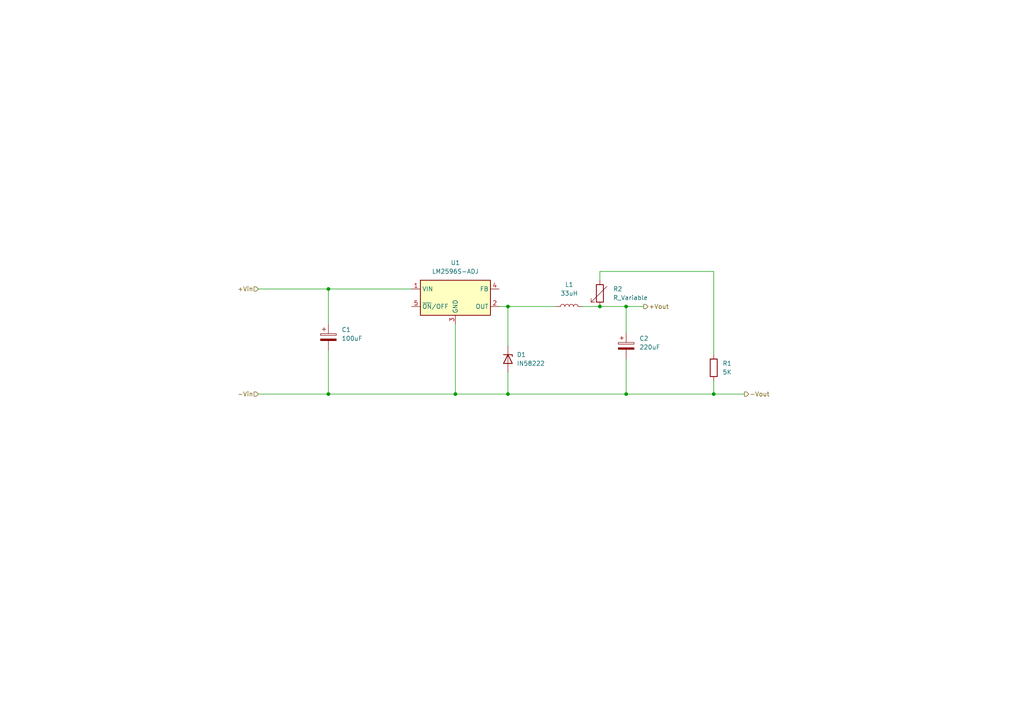
<source format=kicad_sch>
(kicad_sch (version 20211123) (generator eeschema)
  (paper "A4")
  (title_block (title "DCDC Buck Converter") (date "2023-05-27") (company "JurGOn"))
  (lib_symbols
    (symbol "Device:C_Polarized" (pin_numbers hide) (pin_names (offset 0.254))
      (property "Reference" "C" (at 0.635 2.54 0))
      (property "Value" "C_Polarized" (at 0.635 -2.54 0))
      (symbol "C_Polarized_0_1"
        (rectangle (start -2.286 0.508) (end 2.286 1.016))
        (polyline (pts (xy -1.778 2.286) (xy -0.762 2.286)))
        (polyline (pts (xy -1.27 2.794) (xy -1.27 1.778)))
        (rectangle (start 2.286 -0.508) (end -2.286 -1.016) (fill (type outline)))
      )
      (symbol "C_Polarized_1_1"
        (pin passive line (at 0 3.81 270) (length 2.794) (name "~") (number "1"))
        (pin passive line (at 0 -3.81 90) (length 2.794) (name "~") (number "2"))
      )
    )
    (symbol "Device:D_Zener" (pin_numbers hide) (pin_names (offset 1.016) hide)
      (property "Reference" "D" (at 0 2.54 0))
      (property "Value" "D_Zener" (at 0 -2.54 0))
      (symbol "D_Zener_0_1"
        (polyline (pts (xy 1.27 0) (xy -1.27 0)))
        (polyline (pts (xy -1.27 -1.27) (xy -1.27 1.27) (xy -0.762 1.27)) (stroke (width 0.254)))
        (polyline (pts (xy 1.27 -1.27) (xy 1.27 1.27) (xy -1.27 0) (xy 1.27 -1.27)) (stroke (width 0.254)))
      )
      (symbol "D_Zener_1_1"
        (pin passive line (at -3.81 0 0) (length 2.54) (name "K") (number "1"))
        (pin passive line (at 3.81 0 180) (length 2.54) (name "A") (number "2"))
      )
    )
    (symbol "Device:L" (pin_numbers hide) (pin_names (offset 1.016) hide)
      (property "Reference" "L" (at -1.27 0 90))
      (property "Value" "L" (at 1.905 0 90))
      (symbol "L_0_1"
        (arc (start 0 -2.54) (mid 0.635 -1.905) (end 0 -1.27))
        (arc (start 0 -1.27) (mid 0.635 -0.635) (end 0 0))
        (arc (start 0 0) (mid 0.635 0.635) (end 0 1.27))
        (arc (start 0 1.27) (mid 0.635 1.905) (end 0 2.54))
      )
      (symbol "L_1_1"
        (pin passive line (at 0 3.81 270) (length 1.27) (name "1") (number "1"))
        (pin passive line (at 0 -3.81 90) (length 1.27) (name "2") (number "2"))
      )
    )
    (symbol "Device:R" (pin_numbers hide) (pin_names (offset 0))
      (property "Reference" "R" (at 2.032 0 90))
      (property "Value" "R" (at 0 0 90))
      (symbol "R_0_1"
        (rectangle (start -1.016 -2.54) (end 1.016 2.54) (stroke (width 0.254)))
      )
      (symbol "R_1_1"
        (pin passive line (at 0 3.81 270) (length 1.27) (name "~") (number "1"))
        (pin passive line (at 0 -3.81 90) (length 1.27) (name "~") (number "2"))
      )
    )
    (symbol "Device:R_Variable" (pin_numbers hide) (pin_names (offset 0))
      (property "Reference" "R" (at 2.54 -2.54 90))
      (property "Value" "R_Variable" (at -2.54 -1.27 90))
      (symbol "R_Variable_0_1"
        (rectangle (start -1.016 -2.54) (end 1.016 2.54) (stroke (width 0.254)))
        (polyline (pts (xy 2.54 1.524) (xy 2.54 2.54) (xy 1.524 2.54) (xy 2.54 2.54) (xy -2.032 -2.032)))
      )
      (symbol "R_Variable_1_1"
        (pin passive line (at 0 3.81 270) (length 1.27) (name "~") (number "1"))
        (pin passive line (at 0 -3.81 90) (length 1.27) (name "~") (number "2"))
      )
    )
    (symbol "Regulator_Switching:LM2596S-ADJ"
      (property "Reference" "U" (at -10.16 6.35 0))
      (property "Value" "LM2596S-ADJ" (at 0 6.35 0))
      (symbol "LM2596S-ADJ_0_1"
        (rectangle (start -10.16 5.08) (end 10.16 -5.08) (stroke (width 0.254)) (fill (type background)))
      )
      (symbol "LM2596S-ADJ_1_1"
        (pin power_in line (at -12.7 2.54 0) (length 2.54) (name "VIN") (number "1"))
        (pin output line (at 12.7 -2.54 180) (length 2.54) (name "OUT") (number "2"))
        (pin power_in line (at 0 -7.62 90) (length 2.54) (name "GND") (number "3"))
        (pin input line (at 12.7 2.54 180) (length 2.54) (name "FB") (number "4"))
        (pin input line (at -12.7 -2.54 0) (length 2.54) (name "~{ON}/OFF") (number "5"))
      )
    )
  )
  (junction (at 95.25 83.82))
  (junction (at 181.61 88.9))
  (junction (at 181.61 114.3))
  (junction (at 207.01 114.3))
  (junction (at 173.99 88.9))
  (junction (at 95.25 114.3))
  (junction (at 132.08 114.3))
  (junction (at 147.32 114.3))
  (junction (at 147.32 88.9))
  (wire (pts (xy 95.25 101.6) (xy 95.25 114.3)))
  (wire (pts (xy 132.08 93.98) (xy 132.08 114.3)))
  (wire (pts (xy 95.25 83.82) (xy 95.25 93.98)))
  (wire (pts (xy 95.25 114.3) (xy 132.08 114.3)))
  (wire (pts (xy 74.93 114.3) (xy 95.25 114.3)))
  (wire (pts (xy 173.99 78.74) (xy 207.01 78.74)))
  (wire (pts (xy 181.61 114.3) (xy 207.01 114.3)))
  (wire (pts (xy 168.91 88.9) (xy 173.99 88.9)))
  (wire (pts (xy 144.78 88.9) (xy 147.32 88.9)))
  (wire (pts (xy 147.32 114.3) (xy 181.61 114.3)))
  (wire (pts (xy 173.99 88.9) (xy 181.61 88.9)))
  (wire (pts (xy 207.01 114.3) (xy 215.9 114.3)))
  (wire (pts (xy 207.01 102.87) (xy 207.01 78.74)))
  (wire (pts (xy 181.61 88.9) (xy 186.69 88.9)))
  (wire (pts (xy 173.99 78.74) (xy 173.99 81.28)))
  (wire (pts (xy 147.32 88.9) (xy 147.32 100.33)))
  (wire (pts (xy 147.32 107.95) (xy 147.32 114.3)))
  (wire (pts (xy 132.08 114.3) (xy 147.32 114.3)))
  (wire (pts (xy 95.25 83.82) (xy 119.38 83.82)))
  (wire (pts (xy 74.93 83.82) (xy 95.25 83.82)))
  (wire (pts (xy 181.61 104.14) (xy 181.61 114.3)))
  (wire (pts (xy 181.61 88.9) (xy 181.61 96.52)))
  (wire (pts (xy 207.01 110.49) (xy 207.01 114.3)))
  (wire (pts (xy 147.32 88.9) (xy 161.29 88.9)))
  (hierarchical_label "-Vout" (shape output) (at 215.9 114.3 0))
  (hierarchical_label "-Vin" (shape input) (at 74.93 114.3 180))
  (hierarchical_label "+Vout" (shape output) (at 186.69 88.9 0))
  (hierarchical_label "+Vin" (shape input) (at 74.93 83.82 180))
  (symbol (lib_id "Device:C_Polarized") (at 95.25 97.79 0)
    (property "Reference" "C1" (at 99.06 95.6309 0) (effects (justify left)))
    (property "Value" "100uF" (at 99.06 98.1709 0) (effects (justify left)))
  )
  (symbol (lib_id "Device:D_Zener") (at 147.32 104.14 270)
    (property "Reference" "D1" (at 149.86 102.8699 90) (effects (justify left)))
    (property "Value" "IN58222" (at 149.86 105.4099 90) (effects (justify left)))
  )
  (symbol (lib_id "Device:R_Variable") (at 173.99 85.09 180)
    (property "Reference" "R2" (at 177.8 83.8199 0) (effects (justify right)))
    (property "Value" "R_Variable" (at 177.8 86.3599 0) (effects (justify right)))
  )
  (symbol (lib_id "Regulator_Switching:LM2596S-ADJ") (at 132.08 86.36 0)
    (property "Reference" "U1" (at 132.08 76.2 0))
    (property "Value" "LM2596S-ADJ" (at 132.08 78.74 0))
    (property "Footprint" "Package_TO_SOT_SMD:TO-263-5_TabPin3" (effects hide))
    (property "Datasheet" "http://www.ti.com/lit/ds/symlink/lm2596.pdf" (effects hide))
  )
  (symbol (lib_id "Device:C_Polarized") (at 181.61 100.33 0)
    (property "Reference" "C2" (at 185.42 98.1709 0) (effects (justify left)))
    (property "Value" "220uF" (at 185.42 100.7109 0) (effects (justify left)))
  )
  (symbol (lib_id "Device:L") (at 165.1 88.9 90)
    (property "Reference" "L1" (at 165.1 82.55 90))
    (property "Value" "33uH" (at 165.1 85.09 90))
  )
  (symbol (lib_id "Device:R") (at 207.01 106.68 180)
    (property "Reference" "R1" (at 209.55 105.4099 0) (effects (justify right)))
    (property "Value" "5K" (at 209.55 107.9499 0) (effects (justify right)))
  )
)
</source>
